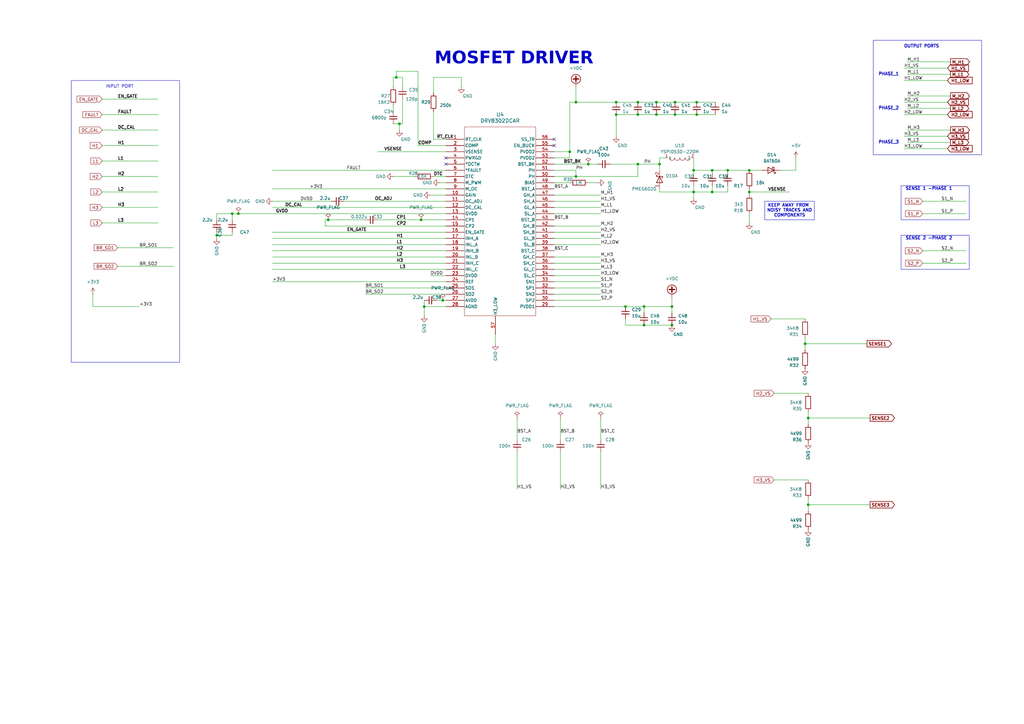
<source format=kicad_sch>
(kicad_sch (version 20231120) (generator "eeschema") (generator_version "8.0")
  (paper "A3")
  (lib_symbols
    (symbol "DRV8302_TI:DRV8302DCAR" (pin_names (offset 0.254))
      (property "Reference" "U4" (at 22.225 6.35 0))
      (property "Value" "DRV8302DCAR" (at 22.225 3.81 0))
      (symbol "DRV8302DCAR_0_1"
        (polyline (pts (xy 7.62 -76.2) (xy 36.83 -76.2)) (stroke (width 0.127)))
        (polyline (pts (xy 7.62 1.27) (xy 7.62 -76.2)) (stroke (width 0.127)))
        (polyline (pts (xy 36.83 -76.2) (xy 36.83 1.27)) (stroke (width 0.127)))
        (polyline (pts (xy 36.83 1.27) (xy 7.62 1.27)) (stroke (width 0.127)))
        (pin input line (at 0 -3.81 0) (length 7.62) (name "RT_CLK") (number "1"))
        (pin output line (at 0 -26.67 0) (length 7.62) (name "GAIN") (number "10"))
        (pin input line (at 0 -29.21 0) (length 7.62) (name "OC_ADJ") (number "11"))
        (pin input line (at 0 -31.75 0) (length 7.62) (name "DC_CAL") (number "12"))
        (pin power_in line (at 0 -34.29 0) (length 7.62) (name "GVDD") (number "13"))
        (pin power_in line (at 0 -36.83 0) (length 7.62) (name "CP1") (number "14"))
        (pin power_in line (at 0 -39.37 0) (length 7.62) (name "CP2") (number "15"))
        (pin input line (at 0 -41.91 0) (length 7.62) (name "EN_GATE") (number "16"))
        (pin input line (at 0 -44.45 0) (length 7.62) (name "INH_A") (number "17"))
        (pin input line (at 0 -46.99 0) (length 7.62) (name "INL_A") (number "18"))
        (pin input line (at 0 -49.53 0) (length 7.62) (name "INH_B") (number "19"))
        (pin output line (at 0 -6.35 0) (length 7.62) (name "COMP") (number "2"))
        (pin input line (at 0 -52.07 0) (length 7.62) (name "INL_B") (number "20"))
        (pin input line (at 0 -54.61 0) (length 7.62) (name "INH_C") (number "21"))
        (pin input line (at 0 -57.15 0) (length 7.62) (name "INL_C") (number "22"))
        (pin power_in line (at 0 -59.69 0) (length 7.62) (name "DVDD") (number "23"))
        (pin input line (at 0 -62.23 0) (length 7.62) (name "REF") (number "24"))
        (pin output line (at 0 -64.77 0) (length 7.62) (name "SO1") (number "25"))
        (pin output line (at 0 -67.31 0) (length 7.62) (name "SO2") (number "26"))
        (pin power_in line (at 0 -69.85 0) (length 7.62) (name "AVDD") (number "27"))
        (pin power_in line (at 0 -72.39 0) (length 7.62) (name "AGND") (number "28"))
        (pin power_in line (at 44.45 -72.39 180) (length 7.62) (name "PVDD1") (number "29"))
        (pin input line (at 0 -8.89 0) (length 7.62) (name "VSENSE") (number "3"))
        (pin input line (at 44.45 -69.85 180) (length 7.62) (name "SP2") (number "30"))
        (pin input line (at 44.45 -67.31 180) (length 7.62) (name "SN2") (number "31"))
        (pin input line (at 44.45 -64.77 180) (length 7.62) (name "SP1") (number "32"))
        (pin input line (at 44.45 -62.23 180) (length 7.62) (name "SN1") (number "33"))
        (pin input line (at 44.45 -59.69 180) (length 7.62) (name "SL_C") (number "34"))
        (pin output line (at 44.45 -57.15 180) (length 7.62) (name "GL_C") (number "35"))
        (pin input line (at 44.45 -54.61 180) (length 7.62) (name "SH_C") (number "36"))
        (pin output line (at 44.45 -52.07 180) (length 7.62) (name "GH_C") (number "37"))
        (pin power_in line (at 44.45 -49.53 180) (length 7.62) (name "BST_C") (number "38"))
        (pin input line (at 44.45 -46.99 180) (length 7.62) (name "SL_B") (number "39"))
        (pin input line (at 0 -11.43 0) (length 7.62) (name "PWRGD") (number "4"))
        (pin output line (at 44.45 -44.45 180) (length 7.62) (name "GL_B") (number "40"))
        (pin input line (at 44.45 -41.91 180) (length 7.62) (name "SH_B") (number "41"))
        (pin output line (at 44.45 -39.37 180) (length 7.62) (name "GH_B") (number "42"))
        (pin power_in line (at 44.45 -36.83 180) (length 7.62) (name "BST_B") (number "43"))
        (pin input line (at 44.45 -34.29 180) (length 7.62) (name "SL_A") (number "44"))
        (pin output line (at 44.45 -31.75 180) (length 7.62) (name "GL_A") (number "45"))
        (pin input line (at 44.45 -29.21 180) (length 7.62) (name "SH_A") (number "46"))
        (pin output line (at 44.45 -26.67 180) (length 7.62) (name "GH_A") (number "47"))
        (pin power_in line (at 44.45 -24.13 180) (length 7.62) (name "BST_A") (number "48"))
        (pin input line (at 44.45 -21.59 180) (length 7.62) (name "BIAS") (number "49"))
        (pin output line (at 0 -13.97 0) (length 7.62) (name "*OCTW") (number "5"))
        (pin output line (at 44.45 -19.05 180) (length 7.62) (name "PH") (number "50"))
        (pin output line (at 44.45 -16.51 180) (length 7.62) (name "PH") (number "51"))
        (pin power_in line (at 44.45 -13.97 180) (length 7.62) (name "BST_BK") (number "52"))
        (pin power_in line (at 44.45 -11.43 180) (length 7.62) (name "PVDD2") (number "53"))
        (pin power_in line (at 44.45 -8.89 180) (length 7.62) (name "PVDD2") (number "54"))
        (pin input line (at 44.45 -6.35 180) (length 7.62) (name "EN_BUCK") (number "55"))
        (pin input line (at 44.45 -3.81 180) (length 7.62) (name "SS_TR") (number "56"))
        (pin output line (at 0 -16.51 0) (length 7.62) (name "*FAULT") (number "6"))
        (pin input line (at 0 -19.05 0) (length 7.62) (name "DTC") (number "7"))
        (pin input line (at 0 -21.59 0) (length 7.62) (name "M_PWM") (number "8"))
        (pin input line (at 0 -24.13 0) (length 7.62) (name "M_OC") (number "9"))
      )
      (symbol "DRV8302DCAR_1_1"
        (pin unspecified line (at 20.32 -83.82 90) (length 7.62) (name "H3_LOW") (number "57"))
      )
    )
    (symbol "Device:C_Small" (pin_numbers hide) (pin_names (offset 0.254) hide)
      (property "Reference" "C" (at 0.254 1.778 0))
      (property "Value" "C_Small" (at 0.254 -2.032 0))
      (symbol "C_Small_0_1"
        (polyline (pts (xy -1.524 -0.508) (xy 1.524 -0.508)) (stroke (width 0.3302)))
        (polyline (pts (xy -1.524 0.508) (xy 1.524 0.508)) (stroke (width 0.3048)))
      )
      (symbol "C_Small_1_1"
        (pin passive line (at 0 2.54 270) (length 2.032) (name "~") (number "1"))
        (pin passive line (at 0 -2.54 90) (length 2.032) (name "~") (number "2"))
      )
    )
    (symbol "Device:D_Schottky_Dual_CommonAnode_AKK_Split" (pin_names (offset 0.762) hide)
      (property "Reference" "D" (at 0 2.54 0))
      (property "Value" "D_Schottky_Dual_CommonAnode_AKK_Split" (at 0 -2.54 0))
      (symbol "D_Schottky_Dual_CommonAnode_AKK_Split_0_1"
        (polyline (pts (xy 1.27 0) (xy -1.27 0)))
        (polyline (pts (xy -1.27 1.27) (xy 1.27 0) (xy -1.27 -1.27) (xy -1.27 1.27) (xy -1.27 1.27) (xy -1.27 1.27)) (stroke (width 0.254)))
        (polyline (pts (xy 1.778 1.016) (xy 1.778 1.27) (xy 1.27 1.27) (xy 1.27 -1.27) (xy 0.762 -1.27) (xy 0.762 -1.016)) (stroke (width 0.254)))
        (pin passive line (at -3.81 0 0) (length 2.54) (name "A") (number "1"))
      )
      (symbol "D_Schottky_Dual_CommonAnode_AKK_Split_1_1"
        (pin passive line (at 3.81 0 180) (length 2.54) (name "K") (number "2"))
      )
      (symbol "D_Schottky_Dual_CommonAnode_AKK_Split_2_1"
        (pin passive line (at 3.81 0 180) (length 2.54) (name "K") (number "3"))
      )
    )
    (symbol "Device:R" (pin_numbers hide) (pin_names (offset 0))
      (property "Reference" "R" (at 2.032 0 90))
      (property "Value" "R" (at 0 0 90))
      (symbol "R_0_1"
        (rectangle (start -1.016 -2.54) (end 1.016 2.54) (stroke (width 0.254)))
      )
      (symbol "R_1_1"
        (pin passive line (at 0 3.81 270) (length 1.27) (name "~") (number "1"))
        (pin passive line (at 0 -3.81 90) (length 1.27) (name "~") (number "2"))
      )
    )
    (symbol "Diode:BAT60A" (pin_numbers hide) (pin_names (offset 1.016) hide)
      (property "Reference" "D" (at 0 2.54 0))
      (property "Value" "BAT60A" (at 0 -2.54 0))
      (symbol "BAT60A_0_1"
        (polyline (pts (xy 1.27 0) (xy -1.27 0)))
        (polyline (pts (xy 1.27 1.27) (xy 1.27 -1.27) (xy -1.27 0) (xy 1.27 1.27)) (stroke (width 0.254)))
        (polyline (pts (xy -1.905 0.635) (xy -1.905 1.27) (xy -1.27 1.27) (xy -1.27 -1.27) (xy -0.635 -1.27) (xy -0.635 -0.635)) (stroke (width 0.254)))
      )
      (symbol "BAT60A_1_1"
        (pin passive line (at -3.81 0 0) (length 2.54) (name "K") (number "1"))
        (pin passive line (at 3.81 0 180) (length 2.54) (name "A") (number "2"))
      )
    )
    (symbol "YSPI0530-220M:YSPI0530-220M"
      (property "Reference" "U?" (at 0.7367 11.4465 0))
      (property "Value" "YSPI0530-220M" (at -0.5333 5.0965 0))
      (symbol "YSPI0530-220M_0_1"
        (arc (start -4.8192 3.9278) (mid -3.9278 2.8008) (end -2.8009 3.6923))
        (arc (start -2.6645 3.9271) (mid -1.773 2.8003) (end -0.6462 3.6917))
        (arc (start -0.5139 3.9271) (mid 0.3775 2.8004) (end 1.5044 3.6917))
        (arc (start 1.6789 3.9277) (mid 2.5703 2.8008) (end 3.6972 3.6922))
        (pin unspecified line (at -6.35 3.81 0) (length 0.762) (name "1") (number "1"))
        (pin unspecified line (at 5.08 3.81 180) (length 0.762) (name "2") (number "2"))
      )
    )
    (symbol "power:+3V3" (power) (pin_numbers hide) (pin_names (offset 0) hide)
      (property "Value" "+3V3" (at 0 3.556 0))
      (symbol "+3V3_0_1"
        (polyline (pts (xy -0.762 1.27) (xy 0 2.54)))
        (polyline (pts (xy 0 0) (xy 0 2.54)))
        (polyline (pts (xy 0 2.54) (xy 0.762 1.27)))
      )
      (symbol "+3V3_1_1"
        (pin power_in line (at 0 0 90) (length 0) (name "~") (number "1"))
      )
    )
    (symbol "power:+5V" (power) (pin_numbers hide) (pin_names (offset 0) hide)
      (property "Value" "+5V" (at 0 3.556 0))
      (symbol "+5V_0_1"
        (polyline (pts (xy -0.762 1.27) (xy 0 2.54)))
        (polyline (pts (xy 0 0) (xy 0 2.54)))
        (polyline (pts (xy 0 2.54) (xy 0.762 1.27)))
      )
      (symbol "+5V_1_1"
        (pin power_in line (at 0 0 90) (length 0) (name "~") (number "1"))
      )
    )
    (symbol "power:+VDC" (power) (pin_numbers hide) (pin_names (offset 0) hide)
      (property "Value" "+VDC" (at 0 6.35 0))
      (symbol "+VDC_0_1"
        (polyline (pts (xy -1.143 3.175) (xy 1.143 3.175)) (stroke (width 0.508)))
        (polyline (pts (xy 0 0) (xy 0 1.27)))
        (polyline (pts (xy 0 2.032) (xy 0 4.318)) (stroke (width 0.508)))
        (circle (center 0 3.175) (radius 1.905) (stroke (width 0.254)))
      )
      (symbol "+VDC_1_1"
        (pin power_in line (at 0 0 90) (length 0) (name "~") (number "1"))
      )
    )
    (symbol "power:GND" (power) (pin_numbers hide) (pin_names (offset 0) hide)
      (property "Value" "GND" (at 0 -3.81 0))
      (symbol "GND_0_1"
        (polyline (pts (xy 0 0) (xy 0 -1.27) (xy 1.27 -1.27) (xy 0 -2.54) (xy -1.27 -1.27) (xy 0 -1.27)))
      )
      (symbol "GND_1_1"
        (pin power_in line (at 0 0 270) (length 0) (name "~") (number "1"))
      )
    )
    (symbol "power:PWR_FLAG" (power) (pin_numbers hide) (pin_names (offset 0) hide)
      (property "Value" "PWR_FLAG" (at 0 3.81 0))
      (symbol "PWR_FLAG_0_0"
        (pin power_out line (at 0 0 90) (length 0) (name "~") (number "1"))
      )
      (symbol "PWR_FLAG_0_1"
        (polyline (pts (xy 0 0) (xy 0 1.27) (xy -1.016 1.905) (xy 0 2.54) (xy 1.016 1.905) (xy 0 1.27)))
      )
    )
  )
  (junction (at 269.24 41.91))
  (junction (at 298.45 69.85))
  (junction (at 276.86 41.91))
  (junction (at 270.51 67.31))
  (junction (at 181.61 123.19))
  (junction (at 292.1 78.74))
  (junction (at 275.59 133.35))
  (junction (at 284.48 69.85))
  (junction (at 95.25 87.63))
  (junction (at 261.62 67.31))
  (junction (at 88.9 96.52))
  (junction (at 285.75 46.99))
  (junction (at 261.62 46.99))
  (junction (at 276.86 46.99))
  (junction (at 331.47 171.45))
  (junction (at 233.68 62.23))
  (junction (at 162.56 31.75))
  (junction (at 330.2 140.97))
  (junction (at 264.16 133.35))
  (junction (at 134.62 90.17))
  (junction (at 236.22 72.39))
  (junction (at 256.54 125.73))
  (junction (at 173.99 125.73))
  (junction (at 275.59 125.73))
  (junction (at 292.1 69.85))
  (junction (at 264.16 125.73))
  (junction (at 307.34 78.74))
  (junction (at 331.47 207.01))
  (junction (at 252.73 46.99))
  (junction (at 269.24 46.99))
  (junction (at 236.22 41.91))
  (junction (at 252.73 41.91))
  (junction (at 261.62 41.91))
  (junction (at 241.3 67.31))
  (junction (at 284.48 78.74))
  (junction (at 172.72 90.17))
  (junction (at 163.83 50.8))
  (junction (at 97.79 87.63))
  (junction (at 285.75 41.91))
  (junction (at 307.34 69.85))
  (no_connect (at 227.33 59.69))
  (no_connect (at 182.88 67.31))
  (no_connect (at 182.88 64.77))
  (no_connect (at 227.33 57.15))
  (wire (pts (xy 140.97 82.55) (xy 182.88 82.55)))
  (wire (pts (xy 111.76 95.25) (xy 182.88 95.25)))
  (wire (pts (xy 270.51 77.47) (xy 270.51 78.74)))
  (wire (pts (xy 41.91 72.39) (xy 64.77 72.39)))
  (wire (pts (xy 41.91 85.09) (xy 64.77 85.09)))
  (wire (pts (xy 177.8 31.75) (xy 189.23 31.75)))
  (wire (pts (xy 165.1 40.64) (xy 165.1 50.8)))
  (wire (pts (xy 317.5 196.85) (xy 331.47 196.85)))
  (wire (pts (xy 134.62 90.17) (xy 149.86 90.17)))
  (wire (pts (xy 111.76 115.57) (xy 182.88 115.57)))
  (wire (pts (xy 236.22 69.85) (xy 236.22 72.39)))
  (wire (pts (xy 264.16 125.73) (xy 264.16 128.27)))
  (wire (pts (xy 330.2 140.97) (xy 330.2 143.51)))
  (wire (pts (xy 227.33 62.23) (xy 233.68 62.23)))
  (wire (pts (xy 162.56 29.21) (xy 162.56 31.75)))
  (wire (pts (xy 227.33 69.85) (xy 236.22 69.85)))
  (wire (pts (xy 179.07 123.19) (xy 181.61 123.19)))
  (wire (pts (xy 378.46 82.55) (xy 396.24 82.55)))
  (wire (pts (xy 133.35 90.17) (xy 134.62 90.17)))
  (wire (pts (xy 261.62 67.31) (xy 270.51 67.31)))
  (wire (pts (xy 233.68 41.91) (xy 233.68 62.23)))
  (wire (pts (xy 180.34 74.93) (xy 182.88 74.93)))
  (wire (pts (xy 275.59 125.73) (xy 275.59 128.27)))
  (wire (pts (xy 241.3 67.31) (xy 245.11 67.31)))
  (wire (pts (xy 284.48 78.74) (xy 284.48 81.28)))
  (wire (pts (xy 227.33 80.01) (xy 246.38 80.01)))
  (wire (pts (xy 111.76 82.55) (xy 135.89 82.55)))
  (wire (pts (xy 264.16 133.35) (xy 275.59 133.35)))
  (wire (pts (xy 284.48 69.85) (xy 292.1 69.85)))
  (wire (pts (xy 233.68 64.77) (xy 233.68 62.23)))
  (wire (pts (xy 326.39 69.85) (xy 320.04 69.85)))
  (wire (pts (xy 330.2 138.43) (xy 330.2 140.97)))
  (wire (pts (xy 95.25 87.63) (xy 97.79 87.63)))
  (wire (pts (xy 284.48 76.2) (xy 284.48 78.74)))
  (wire (pts (xy 171.45 59.69) (xy 171.45 29.21)))
  (wire (pts (xy 203.2 137.16) (xy 203.2 140.97)))
  (wire (pts (xy 111.76 102.87) (xy 182.88 102.87)))
  (wire (pts (xy 227.33 85.09) (xy 246.38 85.09)))
  (wire (pts (xy 227.33 72.39) (xy 236.22 72.39)))
  (wire (pts (xy 165.1 50.8) (xy 163.83 50.8)))
  (wire (pts (xy 182.88 59.69) (xy 171.45 59.69)))
  (wire (pts (xy 227.33 115.57) (xy 246.38 115.57)))
  (wire (pts (xy 261.62 46.99) (xy 269.24 46.99)))
  (wire (pts (xy 292.1 78.74) (xy 292.1 76.2)))
  (wire (pts (xy 227.33 105.41) (xy 246.38 105.41)))
  (wire (pts (xy 256.54 130.81) (xy 256.54 133.35)))
  (wire (pts (xy 48.26 109.22) (xy 71.12 109.22)))
  (wire (pts (xy 370.84 33.02) (xy 388.62 33.02)))
  (wire (pts (xy 41.91 66.04) (xy 64.77 66.04)))
  (wire (pts (xy 163.83 50.8) (xy 161.29 50.8)))
  (wire (pts (xy 176.53 113.03) (xy 182.88 113.03)))
  (wire (pts (xy 326.39 64.77) (xy 326.39 69.85)))
  (wire (pts (xy 298.45 69.85) (xy 298.45 71.12)))
  (wire (pts (xy 161.29 31.75) (xy 162.56 31.75)))
  (wire (pts (xy 256.54 125.73) (xy 264.16 125.73)))
  (wire (pts (xy 111.76 105.41) (xy 182.88 105.41)))
  (wire (pts (xy 378.46 87.63) (xy 396.24 87.63)))
  (wire (pts (xy 269.24 41.91) (xy 276.86 41.91)))
  (wire (pts (xy 227.33 64.77) (xy 233.68 64.77)))
  (wire (pts (xy 307.34 69.85) (xy 312.42 69.85)))
  (wire (pts (xy 177.8 57.15) (xy 177.8 45.72)))
  (wire (pts (xy 212.09 171.45) (xy 212.09 180.34)))
  (wire (pts (xy 307.34 77.47) (xy 307.34 78.74)))
  (wire (pts (xy 261.62 67.31) (xy 261.62 72.39)))
  (wire (pts (xy 298.45 69.85) (xy 307.34 69.85)))
  (wire (pts (xy 246.38 185.42) (xy 246.38 200.66)))
  (wire (pts (xy 331.47 207.01) (xy 356.87 207.01)))
  (wire (pts (xy 227.33 118.11) (xy 246.38 118.11)))
  (wire (pts (xy 252.73 55.88) (xy 252.73 46.99)))
  (wire (pts (xy 189.23 31.75) (xy 189.23 35.56)))
  (wire (pts (xy 173.99 125.73) (xy 173.99 129.54)))
  (wire (pts (xy 270.51 67.31) (xy 270.51 69.85)))
  (wire (pts (xy 370.84 55.88) (xy 388.62 55.88)))
  (wire (pts (xy 227.33 97.79) (xy 246.38 97.79)))
  (wire (pts (xy 182.88 92.71) (xy 133.35 92.71)))
  (wire (pts (xy 229.87 185.42) (xy 229.87 200.66)))
  (wire (pts (xy 163.83 53.34) (xy 163.83 50.8)))
  (wire (pts (xy 331.47 171.45) (xy 356.87 171.45)))
  (wire (pts (xy 154.94 90.17) (xy 172.72 90.17)))
  (wire (pts (xy 370.84 27.94) (xy 388.62 27.94)))
  (wire (pts (xy 176.53 80.01) (xy 182.88 80.01)))
  (wire (pts (xy 307.34 78.74) (xy 307.34 80.01)))
  (wire (pts (xy 162.56 31.75) (xy 165.1 31.75)))
  (wire (pts (xy 372.11 44.45) (xy 389.89 44.45)))
  (wire (pts (xy 227.33 67.31) (xy 241.3 67.31)))
  (wire (pts (xy 250.19 67.31) (xy 261.62 67.31)))
  (wire (pts (xy 370.84 46.99) (xy 388.62 46.99)))
  (wire (pts (xy 269.24 46.99) (xy 276.86 46.99)))
  (wire (pts (xy 292.1 69.85) (xy 292.1 71.12)))
  (wire (pts (xy 111.76 69.85) (xy 182.88 69.85)))
  (wire (pts (xy 133.35 92.71) (xy 133.35 90.17)))
  (wire (pts (xy 229.87 171.45) (xy 229.87 180.34)))
  (wire (pts (xy 236.22 41.91) (xy 252.73 41.91)))
  (wire (pts (xy 173.99 123.19) (xy 173.99 125.73)))
  (wire (pts (xy 275.59 121.92) (xy 275.59 125.73)))
  (wire (pts (xy 161.29 35.56) (xy 161.29 31.75)))
  (wire (pts (xy 227.33 110.49) (xy 246.38 110.49)))
  (wire (pts (xy 233.68 41.91) (xy 236.22 41.91)))
  (wire (pts (xy 370.84 60.96) (xy 388.62 60.96)))
  (wire (pts (xy 41.91 40.64) (xy 64.77 40.64)))
  (wire (pts (xy 227.33 100.33) (xy 246.38 100.33)))
  (wire (pts (xy 111.76 77.47) (xy 182.88 77.47)))
  (wire (pts (xy 252.73 41.91) (xy 261.62 41.91)))
  (wire (pts (xy 256.54 133.35) (xy 264.16 133.35)))
  (wire (pts (xy 88.9 96.52) (xy 88.9 95.25)))
  (wire (pts (xy 284.48 64.77) (xy 284.48 69.85)))
  (wire (pts (xy 177.8 72.39) (xy 182.88 72.39)))
  (wire (pts (xy 284.48 78.74) (xy 292.1 78.74)))
  (wire (pts (xy 111.76 100.33) (xy 182.88 100.33)))
  (wire (pts (xy 331.47 207.01) (xy 331.47 209.55)))
  (wire (pts (xy 88.9 97.79) (xy 88.9 96.52)))
  (wire (pts (xy 149.86 118.11) (xy 182.88 118.11)))
  (wire (pts (xy 149.86 120.65) (xy 182.88 120.65)))
  (wire (pts (xy 378.46 102.87) (xy 396.24 102.87)))
  (wire (pts (xy 236.22 35.56) (xy 236.22 41.91)))
  (wire (pts (xy 372.11 58.42) (xy 389.89 58.42)))
  (wire (pts (xy 276.86 41.91) (xy 285.75 41.91)))
  (wire (pts (xy 285.75 46.99) (xy 293.37 46.99)))
  (wire (pts (xy 97.79 87.63) (xy 182.88 87.63)))
  (wire (pts (xy 292.1 69.85) (xy 298.45 69.85)))
  (wire (pts (xy 177.8 38.1) (xy 177.8 31.75)))
  (wire (pts (xy 41.91 59.69) (xy 64.77 59.69)))
  (wire (pts (xy 264.16 125.73) (xy 275.59 125.73)))
  (wire (pts (xy 372.11 39.37) (xy 389.89 39.37)))
  (wire (pts (xy 227.33 82.55) (xy 246.38 82.55)))
  (wire (pts (xy 270.51 64.77) (xy 270.51 67.31)))
  (wire (pts (xy 88.9 87.63) (xy 95.25 87.63)))
  (wire (pts (xy 331.47 171.45) (xy 331.47 173.99)))
  (wire (pts (xy 372.11 30.48) (xy 389.89 30.48)))
  (wire (pts (xy 284.48 69.85) (xy 284.48 71.12)))
  (wire (pts (xy 111.76 107.95) (xy 182.88 107.95)))
  (wire (pts (xy 270.51 78.74) (xy 284.48 78.74)))
  (wire (pts (xy 212.09 185.42) (xy 212.09 200.66)))
  (wire (pts (xy 38.1 120.65) (xy 38.1 125.73)))
  (wire (pts (xy 307.34 78.74) (xy 323.85 78.74)))
  (wire (pts (xy 227.33 87.63) (xy 246.38 87.63)))
  (wire (pts (xy 331.47 204.47) (xy 331.47 207.01)))
  (wire (pts (xy 182.88 125.73) (xy 173.99 125.73)))
  (wire (pts (xy 182.88 57.15) (xy 177.8 57.15)))
  (wire (pts (xy 88.9 90.17) (xy 88.9 87.63)))
  (wire (pts (xy 227.33 123.19) (xy 246.38 123.19)))
  (wire (pts (xy 372.11 53.34) (xy 389.89 53.34)))
  (wire (pts (xy 370.84 41.91) (xy 388.62 41.91)))
  (wire (pts (xy 273.05 64.77) (xy 270.51 64.77)))
  (wire (pts (xy 252.73 46.99) (xy 261.62 46.99)))
  (wire (pts (xy 236.22 72.39) (xy 261.62 72.39)))
  (wire (pts (xy 241.3 74.93) (xy 245.11 74.93)))
  (wire (pts (xy 172.72 90.17) (xy 182.88 90.17)))
  (wire (pts (xy 95.25 95.25) (xy 95.25 96.52)))
  (wire (pts (xy 227.33 107.95) (xy 246.38 107.95)))
  (wire (pts (xy 95.25 87.63) (xy 95.25 90.17)))
  (wire (pts (xy 330.2 140.97) (xy 355.6 140.97)))
  (wire (pts (xy 307.34 87.63) (xy 307.34 91.44)))
  (wire (pts (xy 378.46 107.95) (xy 396.24 107.95)))
  (wire (pts (xy 41.91 78.74) (xy 64.77 78.74)))
  (wire (pts (xy 154.94 62.23) (xy 182.88 62.23)))
  (wire (pts (xy 165.1 31.75) (xy 165.1 35.56)))
  (wire (pts (xy 227.33 95.25) (xy 246.38 95.25)))
  (wire (pts (xy 298.45 78.74) (xy 298.45 76.2)))
  (wire (pts (xy 227.33 74.93) (xy 233.68 74.93)))
  (wire (pts (xy 111.76 97.79) (xy 182.88 97.79)))
  (wire (pts (xy 181.61 123.19) (xy 182.88 123.19)))
  (wire (pts (xy 261.62 41.91) (xy 269.24 41.91)))
  (wire (pts (xy 292.1 78.74) (xy 298.45 78.74)))
  (wire (pts (xy 227.33 113.03) (xy 246.38 113.03)))
  (wire (pts (xy 372.11 25.4) (xy 389.89 25.4)))
  (wire (pts (xy 41.91 91.44) (xy 64.77 91.44)))
  (wire (pts (xy 316.23 130.81) (xy 330.2 130.81)))
  (wire (pts (xy 285.75 41.91) (xy 293.37 41.91)))
  (wire (pts (xy 161.29 72.39) (xy 170.18 72.39)))
  (wire (pts (xy 41.91 53.34) (xy 64.77 53.34)))
  (wire (pts (xy 161.29 43.18) (xy 161.29 45.72)))
  (wire (pts (xy 331.47 168.91) (xy 331.47 171.45)))
  (wire (pts (xy 38.1 125.73) (xy 57.15 125.73)))
  (wire (pts (xy 276.86 46.99) (xy 285.75 46.99)))
  (wire (pts (xy 317.5 161.29) (xy 331.47 161.29)))
  (wire (pts (xy 111.76 110.49) (xy 182.88 110.49)))
  (wire (pts (xy 171.45 29.21) (xy 162.56 29.21)))
  (wire (pts (xy 48.26 101.6) (xy 71.12 101.6)))
  (wire (pts (xy 41.91 46.99) (xy 64.77 46.99)))
  (wire (pts (xy 111.76 85.09) (xy 182.88 85.09)))
  (wire (pts (xy 227.33 120.65) (xy 246.38 120.65)))
  (wire (pts (xy 95.25 96.52) (xy 88.9 96.52)))
  (wire (pts (xy 227.33 92.71) (xy 246.38 92.71)))
  (wire (pts (xy 246.38 171.45) (xy 246.38 180.34)))
  (wire (pts (xy 227.33 125.73) (xy 256.54 125.73)))
  (rectangle (start 369.57 96.52) (end 397.51 110.49))
  (rectangle (start 369.57 76.2) (end 397.51 90.17))
  (rectangle (start 313.69 82.55) (end 334.01 90.17))
  (rectangle (start 313.69 82.55) (end 313.69 82.55))
  (rectangle (start 29.21 33.02) (end 73.66 148.59))
  (rectangle (start 358.14 16.51) (end 402.59 63.5))
  (text "KEEP AWAY FROM \nNOISY TRACKS AND\nCOMPONENTS" (at 323.85 86.36 0) (effects (font (size 1.27 1.27) (thickness 0.254) (bold yes))))
  (text "OUTPUT PORTS " (at 378.46 19.05 0) (effects (font (size 1.27 1.27) (thickness 0.254) (bold yes))))
  (text "PHASE_1" (at 364.49 30.48 0) (effects (font (size 1.27 1.27) (thickness 0.254) (bold yes))))
  (text "INPUT PORT " (at 49.53 35.56 0) (effects (font (size 1.27 1.27))))
  (text "PHASE_2" (at 364.49 44.45 0) (effects (font (size 1.27 1.27) (thickness 0.254) (bold yes))))
  (text "SENSE 2 -PHASE 2" (at 381 97.79 0) (effects (font (size 1.27 1.27) (thickness 0.254) (bold yes))))
  (text "MOSFET DRIVER" (at 210.82 25.4 0) (effects (font (size 5.08 5.08) (thickness 1.016) (bold yes))))
  (text "SENSE 1 -PHASE 1" (at 381 77.47 0) (effects (font (size 1.27 1.27) (thickness 0.254) (bold yes))))
  (text "PHASE_3" (at 364.49 58.42 0) (effects (font (size 1.27 1.27) (thickness 0.254) (bold yes))))
  (label "S1_N" (at 386.08 82.55 0))
  (label "BR_SO1" (at 149.86 118.11 0))
  (label "M_L1" (at 246.38 85.09 0))
  (label "OC_ADJ" (at 153.67 82.55 0) (effects (font (bold yes))))
  (label "CP1" (at 162.56 90.17 0) (effects (font (bold yes))))
  (label "FAULT" (at 48.26 46.99 0) (effects (font (thickness 0.254) (bold yes))))
  (label "S1_P" (at 386.08 87.63 0))
  (label "M_H1" (at 372.11 25.4 0))
  (label "H3_VS" (at 246.38 107.95 0))
  (label "S2_P" (at 386.08 107.95 0))
  (label "BR_SO1" (at 57.15 101.6 0))
  (label "M_H2" (at 372.11 39.37 0))
  (label "S1_N" (at 246.38 115.57 0))
  (label "S2_N" (at 386.08 102.87 0))
  (label "M_H1" (at 246.38 80.01 0))
  (label "H3_LOW" (at 246.38 113.03 0))
  (label "BST_C" (at 227.33 102.87 0))
  (label "PH" (at 236.22 69.85 0))
  (label "BST_B" (at 227.33 90.17 0))
  (label "BST_A" (at 212.09 177.8 0))
  (label "L1" (at 162.56 100.33 0) (effects (font (bold yes))))
  (label "S2_P" (at 246.38 123.19 0))
  (label "+3V3" (at 57.15 125.73 0))
  (label "M_L2" (at 372.11 44.45 0))
  (label "H2_VS" (at 370.84 41.91 0))
  (label "DVDD" (at 176.53 113.03 0))
  (label "DVDD" (at 123.19 82.55 0))
  (label "H3" (at 48.26 85.09 0) (effects (font (thickness 0.254) (bold yes))))
  (label "+3V3" (at 127 77.47 0))
  (label "H2_LOW" (at 370.84 46.99 0))
  (label "EN_GATE" (at 142.24 95.25 0) (effects (font (thickness 0.254) (bold yes))))
  (label "H2_LOW" (at 246.38 100.33 0))
  (label "CP2" (at 162.56 92.71 0) (effects (font (bold yes))))
  (label "M_H3" (at 372.11 53.34 0))
  (label "GVDD" (at 113.03 87.63 0) (effects (font (bold yes))))
  (label "H1_VS" (at 370.84 27.94 0))
  (label "M_L2" (at 246.38 97.79 0))
  (label "H2_VS" (at 229.87 200.66 0))
  (label "M_L3" (at 372.11 58.42 0))
  (label "H2_VS" (at 246.38 95.25 0))
  (label "DTC" (at 177.8 72.39 0) (effects (font (bold yes))))
  (label "L1" (at 48.26 66.04 0) (effects (font (thickness 0.254) (bold yes))))
  (label "H1_LOW" (at 246.38 87.63 0))
  (label "H2" (at 162.56 102.87 0) (effects (font (bold yes))))
  (label "RT_CLK" (at 179.07 57.15 0) (effects (font (bold yes))))
  (label "H3_VS" (at 370.84 55.88 0))
  (label "BR_SO2" (at 149.86 120.65 0))
  (label "S2_N" (at 246.38 120.65 0))
  (label "VSENSE" (at 157.48 62.23 0) (effects (font (bold yes))))
  (label "H1_VS" (at 246.38 82.55 0))
  (label "H3_VS" (at 246.38 200.66 0))
  (label "COMP" (at 171.45 59.69 0) (effects (font (bold yes))))
  (label "BST_BK" (at 231.14 67.31 0) (effects (font (bold yes))))
  (label "BST_B" (at 229.87 177.8 0))
  (label "M_L1" (at 372.11 30.48 0))
  (label "M_H2" (at 246.38 92.71 0))
  (label "L2" (at 162.56 105.41 0) (effects (font (bold yes))))
  (label "H3_LOW" (at 370.84 60.96 0))
  (label "PH" (at 264.16 67.31 0))
  (label "DC_CAL" (at 116.84 85.09 0) (effects (font (bold yes))))
  (label "H1_VS" (at 212.09 200.66 0))
  (label "BST_A" (at 227.33 77.47 0))
  (label "VSENSE" (at 314.96 78.74 0) (effects (font (bold yes))))
  (label "BST_C" (at 246.38 177.8 0))
  (label "DC_CAL" (at 48.26 53.34 0) (effects (font (thickness 0.254) (bold yes))))
  (label "L2" (at 48.26 78.74 0) (effects (font (thickness 0.254) (bold yes))))
  (label "H1" (at 162.56 97.79 0) (effects (font (bold yes))))
  (label "M_L3" (at 246.38 110.49 0))
  (label "EN_GATE" (at 48.26 40.64 0) (effects (font (thickness 0.254) (bold yes))))
  (label "H1_LOW" (at 370.84 33.02 0))
  (label "BR_SO2" (at 57.15 109.22 0))
  (label "S1_P" (at 246.38 118.11 0))
  (label "H2" (at 48.26 72.39 0) (effects (font (thickness 0.254) (bold yes))))
  (label "H3" (at 162.56 107.95 0) (effects (font (bold yes))))
  (label "+3V3" (at 111.76 115.57 0))
  (label "M_H3" (at 246.38 105.41 0))
  (label "L3" (at 48.26 91.44 0) (effects (font (thickness 0.254) (bold yes))))
  (label "H1" (at 48.26 59.69 0) (effects (font (thickness 0.254) (bold yes))))
  (label "FAULT" (at 142.24 69.85 0))
  (label "L3" (at 163.83 110.49 0) (effects (font (bold yes))))
  (global_label "M_L3" (shape output) (at 389.89 58.42 0) (effects (font (bold yes))) (property "Intersheetrefs" "${INTERSHEET_REFS}" (effects (hide yes))))
  (global_label "BR_SO2" (shape input) (at 48.26 109.22 180) (property "Intersheetrefs" "${INTERSHEET_REFS}" (effects (hide yes))))
  (global_label "H1_VS" (shape input) (at 316.23 130.81 180) (property "Intersheetrefs" "${INTERSHEET_REFS}" (effects (hide yes))))
  (global_label "H3_LOW" (shape input) (at 388.62 60.96 0) (effects (font (bold yes))) (property "Intersheetrefs" "${INTERSHEET_REFS}" (effects (hide yes))))
  (global_label "L1" (shape input) (at 41.91 66.04 180) (property "Intersheetrefs" "${INTERSHEET_REFS}" (effects (hide yes))))
  (global_label "M_H3" (shape output) (at 389.89 53.34 0) (effects (font (bold yes))) (property "Intersheetrefs" "${INTERSHEET_REFS}" (effects (hide yes))))
  (global_label "H2_VS" (shape input) (at 317.5 161.29 180) (property "Intersheetrefs" "${INTERSHEET_REFS}" (effects (hide yes))))
  (global_label "SENSE3" (shape output) (at 356.87 207.01 0) (effects (font (bold yes))) (property "Intersheetrefs" "${INTERSHEET_REFS}" (effects (hide yes))))
  (global_label "H3" (shape input) (at 41.91 85.09 180) (property "Intersheetrefs" "${INTERSHEET_REFS}" (effects (hide yes))))
  (global_label "H2" (shape input) (at 41.91 72.39 180) (property "Intersheetrefs" "${INTERSHEET_REFS}" (effects (hide yes))))
  (global_label "M_H1" (shape output) (at 389.89 25.4 0) (effects (font (bold yes))) (property "Intersheetrefs" "${INTERSHEET_REFS}" (effects (hide yes))))
  (global_label "SENSE2" (shape output) (at 356.87 171.45 0) (effects (font (bold yes))) (property "Intersheetrefs" "${INTERSHEET_REFS}" (effects (hide yes))))
  (global_label "H1_VS" (shape input) (at 388.62 27.94 0) (effects (font (bold yes))) (property "Intersheetrefs" "${INTERSHEET_REFS}" (effects (hide yes))))
  (global_label "DC_CAL" (shape input) (at 41.91 53.34 180) (property "Intersheetrefs" "${INTERSHEET_REFS}" (effects (hide yes))))
  (global_label "M_L2" (shape output) (at 389.89 44.45 0) (effects (font (bold yes))) (property "Intersheetrefs" "${INTERSHEET_REFS}" (effects (hide yes))))
  (global_label "H2_LOW" (shape input) (at 388.62 46.99 0) (effects (font (bold yes))) (property "Intersheetrefs" "${INTERSHEET_REFS}" (effects (hide yes))))
  (global_label "S2_N" (shape input) (at 378.46 102.87 180) (property "Intersheetrefs" "${INTERSHEET_REFS}" (effects (hide yes))))
  (global_label "S1_N" (shape input) (at 378.46 82.55 180) (property "Intersheetrefs" "${INTERSHEET_REFS}" (effects (hide yes))))
  (global_label "S1_P" (shape input) (at 378.46 87.63 180) (property "Intersheetrefs" "${INTERSHEET_REFS}" (effects (hide yes))))
  (global_label "H3_VS" (shape input) (at 388.62 55.88 0) (effects (font (bold yes))) (property "Intersheetrefs" "${INTERSHEET_REFS}" (effects (hide yes))))
  (global_label "H3_VS" (shape input) (at 317.5 196.85 180) (property "Intersheetrefs" "${INTERSHEET_REFS}" (effects (hide yes))))
  (global_label "S2_P" (shape input) (at 378.46 107.95 180) (property "Intersheetrefs" "${INTERSHEET_REFS}" (effects (hide yes))))
  (global_label "H1_LOW" (shape input) (at 388.62 33.02 0) (effects (font (bold yes))) (property "Intersheetrefs" "${INTERSHEET_REFS}" (effects (hide yes))))
  (global_label "H2_VS" (shape input) (at 388.62 41.91 0) (effects (font (bold yes))) (property "Intersheetrefs" "${INTERSHEET_REFS}" (effects (hide yes))))
  (global_label "FAULT" (shape input) (at 41.91 46.99 180) (property "Intersheetrefs" "${INTERSHEET_REFS}" (effects (hide yes))))
  (global_label "L3" (shape input) (at 41.91 91.44 180) (property "Intersheetrefs" "${INTERSHEET_REFS}" (effects (hide yes))))
  (global_label "SENSE1" (shape output) (at 355.6 140.97 0) (effects (font (bold yes))) (property "Intersheetrefs" "${INTERSHEET_REFS}" (effects (hide yes))))
  (global_label "L2" (shape input) (at 41.91 78.74 180) (property "Intersheetrefs" "${INTERSHEET_REFS}" (effects (hide yes))))
  (global_label "M_H2" (shape output) (at 389.89 39.37 0) (effects (font (bold yes))) (property "Intersheetrefs" "${INTERSHEET_REFS}" (effects (hide yes))))
  (global_label "M_L1" (shape output) (at 389.89 30.48 0) (effects (font (bold yes))) (property "Intersheetrefs" "${INTERSHEET_REFS}" (effects (hide yes))))
  (global_label "EN_GATE" (shape input) (at 41.91 40.64 180) (property "Intersheetrefs" "${INTERSHEET_REFS}" (effects (hide yes))))
  (global_label "BR_SO1" (shape input) (at 48.26 101.6 180) (property "Intersheetrefs" "${INTERSHEET_REFS}" (effects (hide yes))))
  (global_label "H1" (shape input) (at 41.91 59.69 180) (property "Intersheetrefs" "${INTERSHEET_REFS}" (effects (hide yes))))
  (symbol (lib_id "power:PWR_FLAG") (at 97.79 87.63 0) (unit 1)
    (property "Reference" "#FLG010" (effects (hide yes)))
    (property "Value" "PWR_FLAG" (at 97.79 82.55 0))
    (property "Description" "Special symbol for telling ERC where power comes from" (effects (hide yes)))
  )
  (symbol (lib_id "Device:C_Small") (at 138.43 82.55 90) (unit 1)
    (property "Reference" "C37" (at 140.97 81.28 90))
    (property "Value" "2.2u" (at 133.35 81.28 90))
    (property "Footprint" "Capacitor_SMD:C_0805_2012Metric" (effects (hide yes)))
    (property "Description" "Unpolarized capacitor, small symbol" (effects (hide yes)))
  )
  (symbol (lib_id "power:GND") (at 161.29 72.39 270) (unit 1)
    (property "Reference" "#PWR030" (effects (hide yes)))
    (property "Value" "GND" (at 156.21 72.39 90))
    (property "Description" "Power symbol creates a global label with name \"GND\" , ground" (effects (hide yes)))
  )
  (symbol (lib_id "power:GND") (at 245.11 74.93 90) (unit 1)
    (property "Reference" "#PWR041" (effects (hide yes)))
    (property "Value" "GND" (at 250.19 76.2 0))
    (property "Description" "Power symbol creates a global label with name \"GND\" , ground" (effects (hide yes)))
  )
  (symbol (lib_id "Device:C_Small") (at 284.48 73.66 0) (unit 1)
    (property "Reference" "C30" (at 280.67 72.39 0) (effects (justify left)))
    (property "Value" "10u" (at 279.4 76.2 0) (effects (justify left)))
    (property "Footprint" "Capacitor_SMD:C_0805_2012Metric" (effects (hide yes)))
    (property "Description" "Unpolarized capacitor, small symbol" (effects (hide yes)))
  )
  (symbol (lib_id "power:GND") (at 330.2 151.13 0) (unit 1)
    (property "Reference" "#PWR048" (effects (hide yes)))
    (property "Value" "GND" (at 330.2 156.21 90))
    (property "Description" "Power symbol creates a global label with name \"GND\" , ground" (effects (hide yes)))
  )
  (symbol (lib_id "power:PWR_FLAG") (at 212.09 171.45 0) (unit 1)
    (property "Reference" "#FLG08" (effects (hide yes)))
    (property "Value" "PWR_FLAG" (at 212.09 166.37 0))
    (property "Description" "Special symbol for telling ERC where power comes from" (effects (hide yes)))
  )
  (symbol (lib_id "Device:C_Small") (at 285.75 44.45 0) (unit 1)
    (property "Reference" "C42" (at 288.29 43.1862 0) (effects (justify left)))
    (property "Value" "1u" (at 288.29 45.7262 0) (effects (justify left)))
    (property "Footprint" "Capacitor_SMD:C_0805_2012Metric" (effects (hide yes)))
    (property "Description" "Unpolarized capacitor, small symbol" (effects (hide yes)))
  )
  (symbol (lib_id "DRV8302_TI:DRV8302DCAR") (at 182.88 53.34 0) (unit 1)
    (property "Reference" "U4" (at 205.105 46.99 0) (effects (font (size 1.524 1.524))))
    (property "Value" "DRV8302DCAR" (at 205.105 49.53 0) (effects (font (size 1.524 1.524))))
    (property "Footprint" "footprint:DCA56_6P35X3P61-M" (effects (hide yes)))
    (property "Datasheet" "DRV8302DCAR" (effects (hide yes)))
  )
  (symbol (lib_id "Device:C_Small") (at 152.4 90.17 90) (unit 1)
    (property "Reference" "C32" (at 154.94 88.9 90))
    (property "Value" "0.022u" (at 147.32 88.9 90))
    (property "Footprint" "Capacitor_SMD:C_0805_2012Metric" (effects (hide yes)))
    (property "Description" "Unpolarized capacitor, small symbol" (effects (hide yes)))
  )
  (symbol (lib_id "Device:C_Small") (at 165.1 38.1 0) (unit 1)
    (property "Reference" "C35" (at 167.64 36.8362 0) (effects (justify left)))
    (property "Value" "120p" (at 166.37 40.64 0) (effects (justify left)))
    (property "Footprint" "Capacitor_SMD:C_0805_2012Metric" (effects (hide yes)))
    (property "Description" "Unpolarized capacitor, small symbol" (effects (hide yes)))
  )
  (symbol (lib_id "power:PWR_FLAG") (at 181.61 123.19 0) (unit 1)
    (property "Reference" "#FLG013" (effects (hide yes)))
    (property "Value" "PWR_FLAG" (at 181.61 118.11 0))
    (property "Description" "Special symbol for telling ERC where power comes from" (effects (hide yes)))
  )
  (symbol (lib_id "YSPI0530-220M:YSPI0530-220M") (at 279.4 68.58 0) (unit 1)
    (property "Reference" "U10" (at 278.765 59.69 0))
    (property "Value" "YSPI0530-220M" (at 278.765 62.23 0))
    (property "Footprint" "footprint:IND-SMD_L5.4-W5.2-YSPI0530-220M" (effects (hide yes)))
    (property "Datasheet" "https://atta.szlcsc.com/upload/public/pdf/source/20200623/C351094_17389D97D1B03B4819FE4163F927344F.pdf" (effects (hide yes)))
    (property "LCSC" "C718383" (effects (hide yes)))
  )
  (symbol (lib_id "Device:C_Small") (at 276.86 44.45 0) (unit 1)
    (property "Reference" "C41" (at 279.4 43.1862 0) (effects (justify left)))
    (property "Value" "1u" (at 279.4 45.7262 0) (effects (justify left)))
    (property "Footprint" "Capacitor_SMD:C_0805_2012Metric" (effects (hide yes)))
    (property "Description" "Unpolarized capacitor, small symbol" (effects (hide yes)))
  )
  (symbol (lib_id "power:+VDC") (at 236.22 35.56 0) (unit 1)
    (property "Reference" "#PWR028" (effects (hide yes)))
    (property "Value" "+VDC" (at 236.22 27.94 0))
    (property "Description" "Power symbol creates a global label with name \"+VDC\"" (effects (hide yes)))
  )
  (symbol (lib_id "power:GND") (at 275.59 133.35 0) (unit 1)
    (property "Reference" "#PWR043" (effects (hide yes)))
    (property "Value" "GND" (at 278.13 137.16 0))
    (property "Description" "Power symbol creates a global label with name \"GND\" , ground" (effects (hide yes)))
  )
  (symbol (lib_id "power:GND") (at 163.83 53.34 0) (unit 1)
    (property "Reference" "#PWR027" (effects (hide yes)))
    (property "Value" "GND" (at 166.37 57.15 0))
    (property "Description" "Power symbol creates a global label with name \"GND\" , ground" (effects (hide yes)))
  )
  (symbol (lib_id "power:GND") (at 189.23 35.56 0) (unit 1)
    (property "Reference" "#PWR026" (effects (hide yes)))
    (property "Value" "GND" (at 191.77 39.37 0))
    (property "Description" "Power symbol creates a global label with name \"GND\" , ground" (effects (hide yes)))
  )
  (symbol (lib_id "Device:C_Small") (at 161.29 48.26 0) (unit 1)
    (property "Reference" "C34" (at 157.48 45.72 0) (effects (justify left)))
    (property "Value" "6800p" (at 152.4 48.26 0) (effects (justify left)))
    (property "Footprint" "Capacitor_SMD:C_0805_2012Metric" (effects (hide yes)))
    (property "Description" "Unpolarized capacitor, small symbol" (effects (hide yes)))
  )
  (symbol (lib_id "power:PWR_FLAG") (at 134.62 90.17 0) (unit 1)
    (property "Reference" "#FLG011" (effects (hide yes)))
    (property "Value" "PWR_FLAG" (at 134.62 85.09 0))
    (property "Description" "Special symbol for telling ERC where power comes from" (effects (hide yes)))
  )
  (symbol (lib_id "Device:R") (at 330.2 134.62 180) (unit 1)
    (property "Reference" "R31" (at 327.66 137.16 0) (effects (justify left)))
    (property "Value" "34K8" (at 327.66 134.62 0) (effects (justify left)))
    (property "Footprint" "Resistor_SMD:R_0805_2012Metric" (effects (hide yes)))
    (property "Description" "Resistor" (effects (hide yes)))
  )
  (symbol (lib_id "power:PWR_FLAG") (at 246.38 171.45 0) (unit 1)
    (property "Reference" "#FLG07" (effects (hide yes)))
    (property "Value" "PWR_FLAG" (at 246.38 166.37 0))
    (property "Description" "Special symbol for telling ERC where power comes from" (effects (hide yes)))
  )
  (symbol (lib_id "Device:R") (at 307.34 83.82 180) (unit 1)
    (property "Reference" "R18" (at 304.8 86.36 0) (effects (justify left)))
    (property "Value" "3k3" (at 304.8 83.82 0) (effects (justify left)))
    (property "Footprint" "Resistor_SMD:R_0805_2012Metric" (effects (hide yes)))
    (property "Description" "Resistor" (effects (hide yes)))
  )
  (symbol (lib_id "Device:C_Small") (at 292.1 73.66 0) (unit 1)
    (property "Reference" "C31" (at 288.29 72.39 0) (effects (justify left)))
    (property "Value" "10u" (at 287.02 76.2 0) (effects (justify left)))
    (property "Footprint" "Capacitor_SMD:C_0805_2012Metric" (effects (hide yes)))
    (property "Description" "Unpolarized capacitor, small symbol" (effects (hide yes)))
  )
  (symbol (lib_id "power:+3V3") (at 38.1 120.65 0) (unit 1)
    (property "Reference" "#PWR034" (effects (hide yes)))
    (property "Value" "+3V3" (at 38.1 115.57 0))
    (property "Description" "Power symbol creates a global label with name \"+3V3\"" (effects (hide yes)))
  )
  (symbol (lib_id "Device:R") (at 331.47 165.1 180) (unit 1)
    (property "Reference" "R35" (at 328.93 167.64 0) (effects (justify left)))
    (property "Value" "34K8" (at 328.93 165.1 0) (effects (justify left)))
    (property "Footprint" "Resistor_SMD:R_0805_2012Metric" (effects (hide yes)))
    (property "Description" "Resistor" (effects (hide yes)))
  )
  (symbol (lib_id "Device:C_Small") (at 247.65 67.31 90) (unit 1)
    (property "Reference" "C43" (at 247.6563 60.96 90))
    (property "Value" "100n" (at 247.6563 63.5 90))
    (property "Footprint" "Capacitor_SMD:C_0805_2012Metric" (effects (hide yes)))
    (property "Description" "Unpolarized capacitor, small symbol" (effects (hide yes)))
  )
  (symbol (lib_id "Device:C_Small") (at 275.59 130.81 0) (unit 1)
    (property "Reference" "C48" (at 278.13 129.5462 0) (effects (justify left)))
    (property "Value" "10u" (at 278.13 132.0862 0) (effects (justify left)))
    (property "Footprint" "Capacitor_SMD:C_0805_2012Metric" (effects (hide yes)))
    (property "Description" "Unpolarized capacitor, small symbol" (effects (hide yes)))
  )
  (symbol (lib_id "Device:R") (at 330.2 147.32 180) (unit 1)
    (property "Reference" "R32" (at 327.66 149.86 0) (effects (justify left)))
    (property "Value" "4k99" (at 327.66 147.32 0) (effects (justify left)))
    (property "Footprint" "Resistor_SMD:R_0805_2012Metric" (effects (hide yes)))
    (property "Description" "Resistor" (effects (hide yes)))
  )
  (symbol (lib_id "power:GND") (at 331.47 217.17 0) (unit 1)
    (property "Reference" "#PWR052" (effects (hide yes)))
    (property "Value" "GND" (at 331.47 222.25 90))
    (property "Description" "Power symbol creates a global label with name \"GND\" , ground" (effects (hide yes)))
  )
  (symbol (lib_id "Diode:BAT60A") (at 316.23 69.85 180) (unit 1)
    (property "Reference" "D14" (at 316.5475 63.5 0))
    (property "Value" "BAT60A" (at 316.5475 66.04 0))
    (property "Footprint" "Diode_SMD:D_SOD-323" (effects (hide yes)))
    (property "Datasheet" "https://www.infineon.com/dgdl/Infineon-BAT60ASERIES-DS-v01_01-en.pdf?fileId=db3a304313d846880113def70c9304a9" (effects (hide yes)))
    (property "Description" "10V 3A High Current Recitifier Schottky Diode, SOD-323" (effects (hide yes)))
  )
  (symbol (lib_id "Device:C_Small") (at 261.62 44.45 0) (unit 1)
    (property "Reference" "C33" (at 264.16 43.1862 0) (effects (justify left)))
    (property "Value" "1u" (at 264.16 45.7262 0) (effects (justify left)))
    (property "Footprint" "Capacitor_SMD:C_0805_2012Metric" (effects (hide yes)))
    (property "Description" "Unpolarized capacitor, small symbol" (effects (hide yes)))
  )
  (symbol (lib_id "power:GND") (at 88.9 97.79 0) (unit 1)
    (property "Reference" "#PWR031" (effects (hide yes)))
    (property "Value" "GND" (at 88.9 102.87 90))
    (property "Description" "Power symbol creates a global label with name \"GND\" , ground" (effects (hide yes)))
  )
  (symbol (lib_id "Device:R") (at 307.34 73.66 180) (unit 1)
    (property "Reference" "R17" (at 304.8 76.2 0) (effects (justify left)))
    (property "Value" "18k" (at 313.69 74.93 0) (effects (justify left)))
    (property "Footprint" "Resistor_SMD:R_0805_2012Metric" (effects (hide yes)))
    (property "Description" "Resistor" (effects (hide yes)))
  )
  (symbol (lib_id "Device:R") (at 331.47 213.36 180) (unit 1)
    (property "Reference" "R34" (at 328.93 215.9 0) (effects (justify left)))
    (property "Value" "4k99" (at 328.93 213.36 0) (effects (justify left)))
    (property "Footprint" "Resistor_SMD:R_0805_2012Metric" (effects (hide yes)))
    (property "Description" "Resistor" (effects (hide yes)))
  )
  (symbol (lib_id "power:PWR_FLAG") (at 241.3 67.31 0) (unit 1)
    (property "Reference" "#FLG09" (effects (hide yes)))
    (property "Value" "PWR_FLAG" (at 241.3 62.23 0))
    (property "Description" "Special symbol for telling ERC where power comes from" (effects (hide yes)))
  )
  (symbol (lib_id "Device:C_Small") (at 252.73 44.45 0) (unit 1)
    (property "Reference" "C45" (at 255.27 43.1862 0) (effects (justify left)))
    (property "Value" "1u" (at 255.27 45.7262 0) (effects (justify left)))
    (property "Footprint" "Capacitor_SMD:C_0805_2012Metric" (effects (hide yes)))
    (property "Description" "Unpolarized capacitor, small symbol" (effects (hide yes)))
  )
  (symbol (lib_id "Device:R") (at 331.47 200.66 180) (unit 1)
    (property "Reference" "R33" (at 328.93 203.2 0) (effects (justify left)))
    (property "Value" "34K8" (at 328.93 200.66 0) (effects (justify left)))
    (property "Footprint" "Resistor_SMD:R_0805_2012Metric" (effects (hide yes)))
    (property "Description" "Resistor" (effects (hide yes)))
  )
  (symbol (lib_id "Device:C_Small") (at 269.24 44.45 0) (unit 1)
    (property "Reference" "C40" (at 271.78 43.1862 0) (effects (justify left)))
    (property "Value" "1u" (at 271.78 45.7262 0) (effects (justify left)))
    (property "Footprint" "Capacitor_SMD:C_0805_2012Metric" (effects (hide yes)))
    (property "Description" "Unpolarized capacitor, small symbol" (effects (hide yes)))
  )
  (symbol (lib_id "Device:R") (at 177.8 41.91 0) (unit 1)
    (property "Reference" "R29" (at 172.72 41.91 0) (effects (justify left)))
    (property "Value" "250k" (at 180.34 43.18 0) (effects (justify left)))
    (property "Footprint" "Resistor_SMD:R_0805_2012Metric" (effects (hide yes)))
    (property "Description" "Resistor" (effects (hide yes)))
  )
  (symbol (lib_id "Device:C_Small") (at 176.53 123.19 90) (unit 1)
    (property "Reference" "C38" (at 179.07 121.92 90))
    (property "Value" "2.2u" (at 171.45 121.92 90))
    (property "Footprint" "Capacitor_SMD:C_0805_2012Metric" (effects (hide yes)))
    (property "Description" "Unpolarized capacitor, small symbol" (effects (hide yes)))
  )
  (symbol (lib_id "power:GND") (at 203.2 140.97 0) (unit 1)
    (property "Reference" "#PWR035" (effects (hide yes)))
    (property "Value" "GND" (at 203.2 146.05 90))
    (property "Description" "Power symbol creates a global label with name \"GND\" , ground" (effects (hide yes)))
  )
  (symbol (lib_id "Device:R") (at 173.99 72.39 90) (unit 1)
    (property "Reference" "R28" (at 171.45 71.12 90) (effects (justify left)))
    (property "Value" "10K" (at 175.26 72.39 90) (effects (justify left)))
    (property "Footprint" "Resistor_SMD:R_0805_2012Metric" (effects (hide yes)))
    (property "Description" "Resistor" (effects (hide yes)))
  )
  (symbol (lib_id "Device:C_Small") (at 229.87 182.88 0) (unit 1)
    (property "Reference" "C27" (at 233.68 180.34 0))
    (property "Value" "100n" (at 224.79 182.88 0))
    (property "Footprint" "Capacitor_SMD:C_0805_2012Metric" (effects (hide yes)))
    (property "Description" "Unpolarized capacitor, small symbol" (effects (hide yes)))
  )
  (symbol (lib_id "power:GND") (at 331.47 181.61 0) (unit 1)
    (property "Reference" "#PWR050" (effects (hide yes)))
    (property "Value" "GND" (at 331.47 186.69 90))
    (property "Description" "Power symbol creates a global label with name \"GND\" , ground" (effects (hide yes)))
  )
  (symbol (lib_id "Device:R") (at 237.49 74.93 90) (unit 1)
    (property "Reference" "R30" (at 234.95 73.66 90) (effects (justify left)))
    (property "Value" "1M" (at 238.76 74.93 90) (effects (justify left)))
    (property "Footprint" "Resistor_SMD:R_0805_2012Metric" (effects (hide yes)))
    (property "Description" "Resistor" (effects (hide yes)))
  )
  (symbol (lib_id "power:GND") (at 284.48 81.28 0) (unit 1)
    (property "Reference" "#PWR040" (effects (hide yes)))
    (property "Value" "GND" (at 287.02 85.09 0))
    (property "Description" "Power symbol creates a global label with name \"GND\" , ground" (effects (hide yes)))
  )
  (symbol (lib_id "Device:R") (at 331.47 177.8 180) (unit 1)
    (property "Reference" "R36" (at 328.93 180.34 0) (effects (justify left)))
    (property "Value" "4k99" (at 328.93 177.8 0) (effects (justify left)))
    (property "Footprint" "Resistor_SMD:R_0805_2012Metric" (effects (hide yes)))
    (property "Description" "Resistor" (effects (hide yes)))
  )
  (symbol (lib_id "Device:C_Small") (at 256.54 128.27 0) (unit 1)
    (property "Reference" "C29" (at 259.08 127.0062 0) (effects (justify left)))
    (property "Value" "10u" (at 259.08 129.5462 0) (effects (justify left)))
    (property "Footprint" "Capacitor_SMD:C_0805_2012Metric" (effects (hide yes)))
    (property "Description" "Unpolarized capacitor, small symbol" (effects (hide yes)))
  )
  (symbol (lib_id "power:GND") (at 111.76 82.55 270) (unit 1)
    (property "Reference" "#PWR032" (effects (hide yes)))
    (property "Value" "GND" (at 106.68 82.55 90))
    (property "Description" "Power symbol creates a global label with name \"GND\" , ground" (effects (hide yes)))
  )
  (symbol (lib_id "Device:C_Small") (at 264.16 130.81 0) (unit 1)
    (property "Reference" "C46" (at 266.7 129.5462 0) (effects (justify left)))
    (property "Value" "10u" (at 266.7 132.0862 0) (effects (justify left)))
    (property "Footprint" "Capacitor_SMD:C_0805_2012Metric" (effects (hide yes)))
    (property "Description" "Unpolarized capacitor, small symbol" (effects (hide yes)))
  )
  (symbol (lib_id "Device:C_Small") (at 293.37 44.45 0) (unit 1)
    (property "Reference" "C44" (at 295.91 43.1862 0) (effects (justify left)))
    (property "Value" "1u" (at 295.91 45.7262 0) (effects (justify left)))
    (property "Footprint" "Capacitor_SMD:C_0805_2012Metric" (effects (hide yes)))
    (property "Description" "Unpolarized capacitor, small symbol" (effects (hide yes)))
  )
  (symbol (lib_id "power:GND") (at 252.73 55.88 0) (unit 1)
    (property "Reference" "#PWR037" (effects (hide yes)))
    (property "Value" "GND" (at 255.27 59.69 0))
    (property "Description" "Power symbol creates a global label with name \"GND\" , ground" (effects (hide yes)))
  )
  (symbol (lib_id "power:GND") (at 180.34 74.93 270) (unit 1)
    (property "Reference" "#PWR044" (effects (hide yes)))
    (property "Value" "GND" (at 175.26 74.93 90))
    (property "Description" "Power symbol creates a global label with name \"GND\" , ground" (effects (hide yes)))
  )
  (symbol (lib_id "power:GND") (at 173.99 129.54 0) (unit 1)
    (property "Reference" "#PWR033" (effects (hide yes)))
    (property "Value" "GND" (at 173.99 134.62 90))
    (property "Description" "Power symbol creates a global label with name \"GND\" , ground" (effects (hide yes)))
  )
  (symbol (lib_id "Device:C_Small") (at 246.38 182.88 0) (unit 1)
    (property "Reference" "C28" (at 250.19 180.34 0))
    (property "Value" "100n" (at 241.3 182.88 0))
    (property "Footprint" "Capacitor_SMD:C_0805_2012Metric" (effects (hide yes)))
    (property "Description" "Unpolarized capacitor, small symbol" (effects (hide yes)))
  )
  (symbol (lib_id "Device:C_Small") (at 212.09 182.88 0) (unit 1)
    (property "Reference" "C26" (at 215.9 180.34 0))
    (property "Value" "100n" (at 207.01 182.88 0))
    (property "Footprint" "Capacitor_SMD:C_0805_2012Metric" (effects (hide yes)))
    (property "Description" "Unpolarized capacitor, small symbol" (effects (hide yes)))
  )
  (symbol (lib_id "Device:C_Small") (at 95.25 92.71 0) (unit 1)
    (property "Reference" "C47" (at 100.33 95.25 0))
    (property "Value" "2.2u" (at 91.44 90.17 0))
    (property "Footprint" "Capacitor_SMD:C_0805_2012Metric" (effects (hide yes)))
    (property "Description" "Unpolarized capacitor, small symbol" (effects (hide yes)))
  )
  (symbol (lib_id "Device:R") (at 161.29 39.37 0) (unit 1)
    (property "Reference" "R27" (at 156.21 39.37 0) (effects (justify left)))
    (property "Value" "16K2" (at 154.94 41.91 0) (effects (justify left)))
    (property "Footprint" "Resistor_SMD:R_0805_2012Metric" (effects (hide yes)))
    (property "Description" "Resistor" (effects (hide yes)))
  )
  (symbol (lib_id "power:+VDC") (at 275.59 121.92 0) (unit 1)
    (property "Reference" "#PWR029" (effects (hide yes)))
    (property "Value" "+VDC" (at 275.59 114.3 0))
    (property "Description" "Power symbol creates a global label with name \"+VDC\"" (effects (hide yes)))
  )
  (symbol (lib_id "power:GND") (at 307.34 91.44 0) (unit 1)
    (property "Reference" "#PWR038" (effects (hide yes)))
    (property "Value" "GND" (at 309.88 95.25 0))
    (property "Description" "Power symbol creates a global label with name \"GND\" , ground" (effects (hide yes)))
  )
  (symbol (lib_id "power:PWR_FLAG") (at 229.87 171.45 0) (unit 1)
    (property "Reference" "#FLG05" (effects (hide yes)))
    (property "Value" "PWR_FLAG" (at 229.87 166.37 0))
    (property "Description" "Special symbol for telling ERC where power comes from" (effects (hide yes)))
  )
  (symbol (lib_id "power:+5V") (at 326.39 64.77 0) (unit 1)
    (property "Reference" "#PWR039" (effects (hide yes)))
    (property "Value" "+5V" (at 326.39 59.69 0))
    (property "Description" "Power symbol creates a global label with name \"+5V\"" (effects (hide yes)))
  )
  (symbol (lib_id "power:GND") (at 176.53 80.01 270) (unit 1)
    (property "Reference" "#PWR042" (effects (hide yes)))
    (property "Value" "GND" (at 171.45 80.01 90))
    (property "Description" "Power symbol creates a global label with name \"GND\" , ground" (effects (hide yes)))
  )
  (symbol (lib_id "Device:C_Small") (at 88.9 92.71 0) (unit 1)
    (property "Reference" "C36" (at 90.17 95.25 90))
    (property "Value" "2.2u" (at 85.09 90.17 0))
    (property "Footprint" "Capacitor_SMD:C_0805_2012Metric" (effects (hide yes)))
    (property "Description" "Unpolarized capacitor, small symbol" (effects (hide yes)))
  )
  (symbol (lib_id "power:PWR_FLAG") (at 172.72 90.17 0) (unit 1)
    (property "Reference" "#FLG012" (effects (hide yes)))
    (property "Value" "PWR_FLAG" (at 172.72 85.09 0))
    (property "Description" "Special symbol for telling ERC where power comes from" (effects (hide yes)))
  )
  (symbol (lib_id "Device:C_Small") (at 298.45 73.66 0) (unit 1)
    (property "Reference" "C39" (at 294.64 72.39 0) (effects (justify left)))
    (property "Value" "10u" (at 293.37 76.2 0) (effects (justify left)))
    (property "Footprint" "Capacitor_SMD:C_0805_2012Metric" (effects (hide yes)))
    (property "Description" "Unpolarized capacitor, small symbol" (effects (hide yes)))
  )
  (symbol (lib_id "Device:D_Schottky_Dual_CommonAnode_AKK_Split") (at 270.51 73.66 90) (unit 1)
    (property "Reference" "D10" (at 273.05 72.1359 90) (effects (justify right)))
    (property "Value" "PMEG6020" (at 259.08 77.47 90) (effects (justify right)))
    (property "Footprint" "footprint:SOD-123_L2.8-W1.8-LS3.7-RD" (effects (hide yes)))
    (property "Description" "Dual Schottky diode, common anode on pin 1" (effects (hide yes)))
  )
)
</source>
